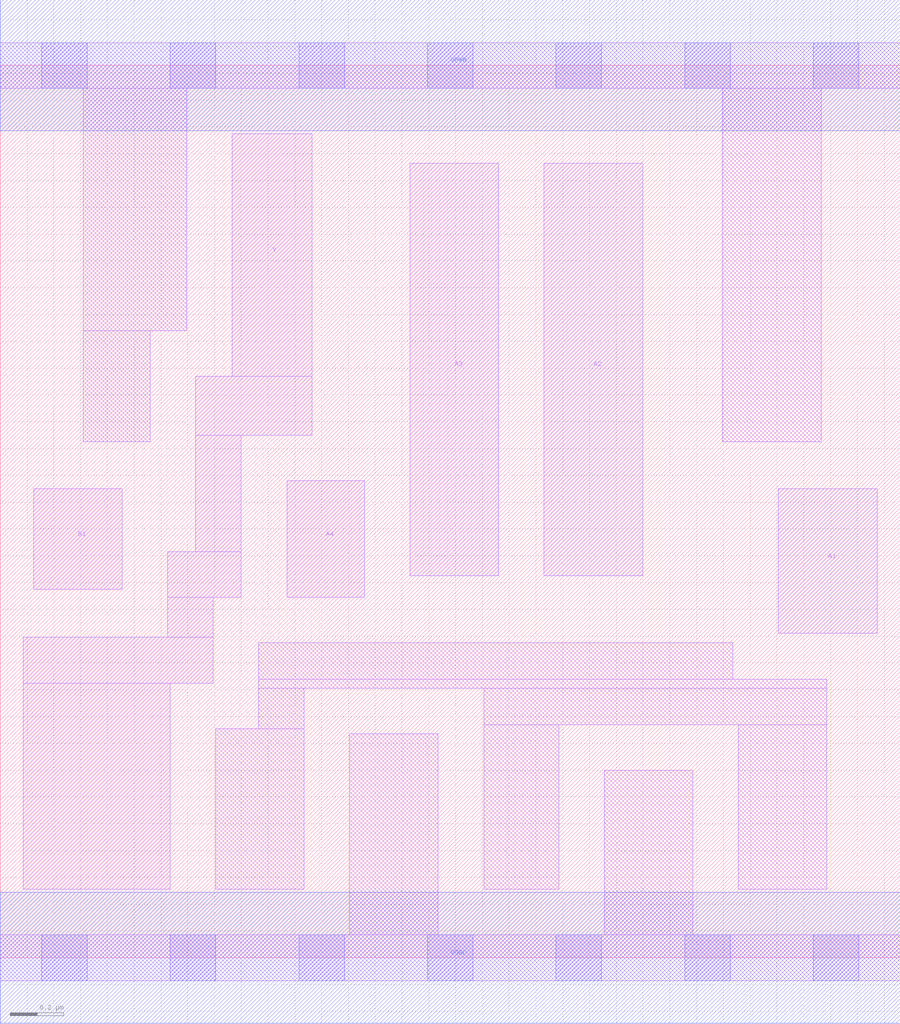
<source format=lef>
# Copyright 2020 The SkyWater PDK Authors
#
# Licensed under the Apache License, Version 2.0 (the "License");
# you may not use this file except in compliance with the License.
# You may obtain a copy of the License at
#
#     https://www.apache.org/licenses/LICENSE-2.0
#
# Unless required by applicable law or agreed to in writing, software
# distributed under the License is distributed on an "AS IS" BASIS,
# WITHOUT WARRANTIES OR CONDITIONS OF ANY KIND, either express or implied.
# See the License for the specific language governing permissions and
# limitations under the License.
#
# SPDX-License-Identifier: Apache-2.0

VERSION 5.7 ;
  NAMESCASESENSITIVE ON ;
  NOWIREEXTENSIONATPIN ON ;
  DIVIDERCHAR "/" ;
  BUSBITCHARS "[]" ;
UNITS
  DATABASE MICRONS 200 ;
END UNITS
MACRO sky130_fd_sc_lp__o41ai_1
  CLASS CORE ;
  SOURCE USER ;
  FOREIGN sky130_fd_sc_lp__o41ai_1 ;
  ORIGIN  0.000000  0.000000 ;
  SIZE  3.360000 BY  3.330000 ;
  SYMMETRY X Y R90 ;
  SITE unit ;
  PIN A1
    ANTENNAGATEAREA  0.315000 ;
    DIRECTION INPUT ;
    USE SIGNAL ;
    PORT
      LAYER li1 ;
        RECT 2.905000 1.210000 3.275000 1.750000 ;
    END
  END A1
  PIN A2
    ANTENNAGATEAREA  0.315000 ;
    DIRECTION INPUT ;
    USE SIGNAL ;
    PORT
      LAYER li1 ;
        RECT 2.030000 1.425000 2.400000 2.965000 ;
    END
  END A2
  PIN A3
    ANTENNAGATEAREA  0.315000 ;
    DIRECTION INPUT ;
    USE SIGNAL ;
    PORT
      LAYER li1 ;
        RECT 1.530000 1.425000 1.860000 2.965000 ;
    END
  END A3
  PIN A4
    ANTENNAGATEAREA  0.315000 ;
    DIRECTION INPUT ;
    USE SIGNAL ;
    PORT
      LAYER li1 ;
        RECT 1.070000 1.345000 1.360000 1.780000 ;
    END
  END A4
  PIN B1
    ANTENNAGATEAREA  0.315000 ;
    DIRECTION INPUT ;
    USE SIGNAL ;
    PORT
      LAYER li1 ;
        RECT 0.125000 1.375000 0.455000 1.750000 ;
    END
  END B1
  PIN Y
    ANTENNADIFFAREA  0.714000 ;
    DIRECTION OUTPUT ;
    USE SIGNAL ;
    PORT
      LAYER li1 ;
        RECT 0.085000 0.255000 0.635000 1.025000 ;
        RECT 0.085000 1.025000 0.795000 1.195000 ;
        RECT 0.625000 1.195000 0.795000 1.345000 ;
        RECT 0.625000 1.345000 0.900000 1.515000 ;
        RECT 0.730000 1.515000 0.900000 1.950000 ;
        RECT 0.730000 1.950000 1.165000 2.170000 ;
        RECT 0.865000 2.170000 1.165000 3.075000 ;
    END
  END Y
  PIN VGND
    DIRECTION INOUT ;
    USE GROUND ;
    PORT
      LAYER met1 ;
        RECT 0.000000 -0.245000 3.360000 0.245000 ;
    END
  END VGND
  PIN VPWR
    DIRECTION INOUT ;
    USE POWER ;
    PORT
      LAYER met1 ;
        RECT 0.000000 3.085000 3.360000 3.575000 ;
    END
  END VPWR
  OBS
    LAYER li1 ;
      RECT 0.000000 -0.085000 3.360000 0.085000 ;
      RECT 0.000000  3.245000 3.360000 3.415000 ;
      RECT 0.310000  1.925000 0.560000 2.340000 ;
      RECT 0.310000  2.340000 0.695000 3.245000 ;
      RECT 0.805000  0.255000 1.135000 0.855000 ;
      RECT 0.965000  0.855000 1.135000 1.005000 ;
      RECT 0.965000  1.005000 3.085000 1.040000 ;
      RECT 0.965000  1.040000 2.735000 1.175000 ;
      RECT 1.305000  0.085000 1.635000 0.835000 ;
      RECT 1.805000  0.255000 2.085000 0.870000 ;
      RECT 1.805000  0.870000 3.085000 1.005000 ;
      RECT 2.255000  0.085000 2.585000 0.700000 ;
      RECT 2.695000  1.925000 3.065000 3.245000 ;
      RECT 2.755000  0.255000 3.085000 0.870000 ;
    LAYER mcon ;
      RECT 0.155000 -0.085000 0.325000 0.085000 ;
      RECT 0.155000  3.245000 0.325000 3.415000 ;
      RECT 0.635000 -0.085000 0.805000 0.085000 ;
      RECT 0.635000  3.245000 0.805000 3.415000 ;
      RECT 1.115000 -0.085000 1.285000 0.085000 ;
      RECT 1.115000  3.245000 1.285000 3.415000 ;
      RECT 1.595000 -0.085000 1.765000 0.085000 ;
      RECT 1.595000  3.245000 1.765000 3.415000 ;
      RECT 2.075000 -0.085000 2.245000 0.085000 ;
      RECT 2.075000  3.245000 2.245000 3.415000 ;
      RECT 2.555000 -0.085000 2.725000 0.085000 ;
      RECT 2.555000  3.245000 2.725000 3.415000 ;
      RECT 3.035000 -0.085000 3.205000 0.085000 ;
      RECT 3.035000  3.245000 3.205000 3.415000 ;
  END
END sky130_fd_sc_lp__o41ai_1

</source>
